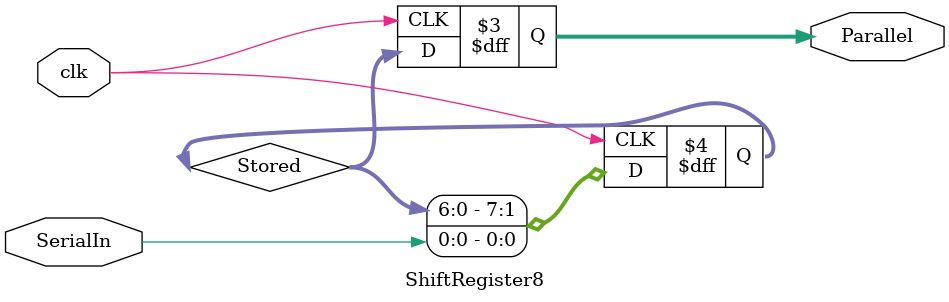
<source format=sv>
module ShiftRegister8(
  input logic [0:0] SerialIn, clk,
  output logic [7:0] Parallel
);

reg [7:0] Stored;

initial begin
  Stored = 8'b00000000;
  end

always_ff @(posedge clk)
  begin
    Stored <= {Stored[6:0], SerialIn};
    Parallel <= Stored;
  end

endmodule

</source>
